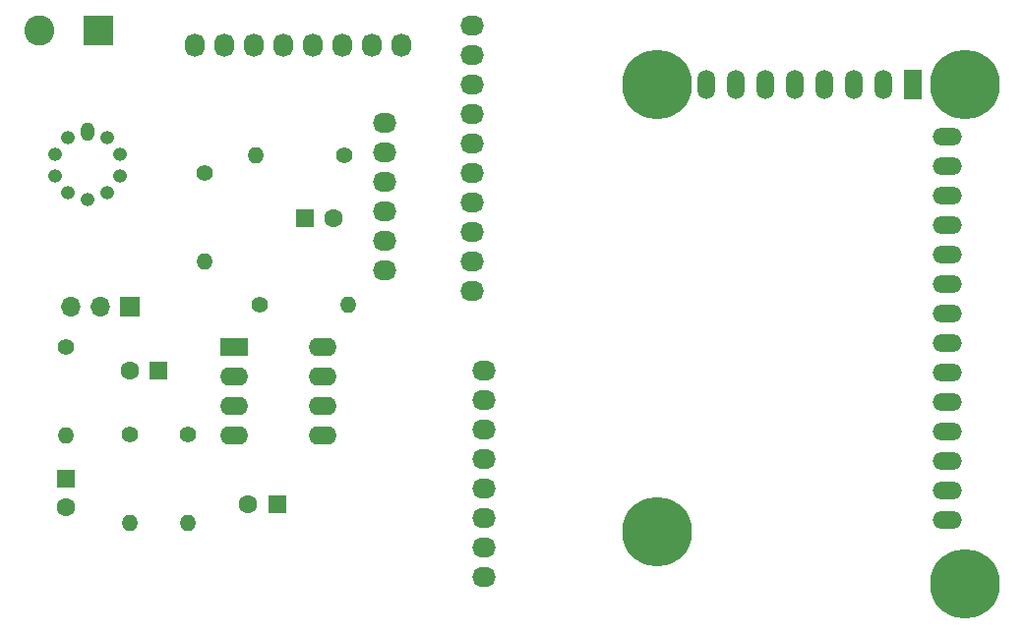
<source format=gbr>
%TF.GenerationSoftware,KiCad,Pcbnew,(6.99.0-224-g211820a689)*%
%TF.CreationDate,2022-01-05T07:16:04+01:00*%
%TF.ProjectId,PCB,5043422e-6b69-4636-9164-5f7063625858,1.0*%
%TF.SameCoordinates,Original*%
%TF.FileFunction,Soldermask,Top*%
%TF.FilePolarity,Negative*%
%FSLAX46Y46*%
G04 Gerber Fmt 4.6, Leading zero omitted, Abs format (unit mm)*
G04 Created by KiCad (PCBNEW (6.99.0-224-g211820a689)) date 2022-01-05 07:16:04*
%MOMM*%
%LPD*%
G01*
G04 APERTURE LIST*
%ADD10O,2.524000X1.524000*%
%ADD11O,1.524000X2.524000*%
%ADD12R,1.524000X2.524000*%
%ADD13C,6.000000*%
%ADD14O,2.400000X1.600000*%
%ADD15R,2.400000X1.600000*%
%ADD16R,1.700000X1.700000*%
%ADD17O,1.700000X1.700000*%
%ADD18O,1.200000X1.600000*%
%ADD19O,1.200000X1.200000*%
%ADD20O,1.400000X1.400000*%
%ADD21C,1.400000*%
%ADD22O,2.032000X1.727200*%
%ADD23O,1.727200X2.032000*%
%ADD24R,2.600000X2.600000*%
%ADD25C,2.600000*%
%ADD26R,1.600000X1.600000*%
%ADD27C,1.600000*%
G04 APERTURE END LIST*
D10*
%TO.C,U1*%
X265900000Y-116880000D03*
X265900000Y-119420000D03*
X265900000Y-121960000D03*
X265900000Y-124500000D03*
X265900000Y-127040000D03*
X265900000Y-129580000D03*
X265900000Y-132120000D03*
X265900000Y-134660000D03*
X265900000Y-137200000D03*
X265908995Y-139740000D03*
X265900000Y-142280000D03*
X265900000Y-144820000D03*
X265900000Y-147360000D03*
X265900000Y-149900000D03*
D11*
X245120000Y-112400000D03*
X247660000Y-112400000D03*
X250200000Y-112400000D03*
X252740000Y-112400000D03*
X255280000Y-112400000D03*
X257820000Y-112400000D03*
X260360000Y-112400000D03*
D12*
X262900000Y-112400000D03*
D13*
X240900000Y-112400000D03*
X240900000Y-150900000D03*
X267400000Y-112400000D03*
X267400000Y-155400000D03*
%TD*%
D14*
%TO.C,U0*%
X212120000Y-135000000D03*
X204500000Y-142620000D03*
X212120000Y-137540000D03*
X204500000Y-140080000D03*
X212120000Y-140080000D03*
X204500000Y-137540000D03*
X212120000Y-142620000D03*
D15*
X204500000Y-135000000D03*
%TD*%
D16*
%TO.C,SW0*%
X195525000Y-131500000D03*
D17*
X192985000Y-131500000D03*
X190445000Y-131500000D03*
%TD*%
D18*
%TO.C,S0*%
X191900000Y-116400000D03*
D19*
X190183667Y-116957670D03*
X189122915Y-118417670D03*
X189122915Y-120222330D03*
X190183667Y-121682330D03*
X191900000Y-122240000D03*
X193616333Y-121682330D03*
X194677085Y-120222330D03*
X194677085Y-118417670D03*
X193616333Y-116957670D03*
%TD*%
D20*
%TO.C,R6*%
X202000000Y-127620000D03*
D21*
X202000000Y-120000000D03*
%TD*%
D20*
%TO.C,R5*%
X214320000Y-131300000D03*
D21*
X206700000Y-131300000D03*
%TD*%
%TO.C,R4*%
X190000000Y-135000000D03*
D20*
X190000000Y-142620000D03*
%TD*%
D21*
%TO.C,R3*%
X214000000Y-118500000D03*
D20*
X206380000Y-118500000D03*
%TD*%
D21*
%TO.C,R2*%
X200500000Y-142500000D03*
D20*
X200500000Y-150120000D03*
%TD*%
D21*
%TO.C,R1*%
X195500000Y-142500000D03*
D20*
X195500000Y-150120000D03*
%TD*%
D22*
%TO.C,P4*%
X226000000Y-137000000D03*
X226000000Y-139540000D03*
X226000000Y-142080000D03*
X226000000Y-144620000D03*
X226000000Y-147160000D03*
X226000000Y-149700000D03*
X226000000Y-152240000D03*
X226000000Y-154780000D03*
%TD*%
%TO.C,P3*%
X225000000Y-107300000D03*
X225000000Y-109840000D03*
X225000000Y-112380000D03*
X225000000Y-114920000D03*
X225000000Y-117460000D03*
X225000000Y-120000000D03*
X225000000Y-122540000D03*
X225000000Y-125080000D03*
X225000000Y-127620000D03*
X225000000Y-130160000D03*
%TD*%
%TO.C,P2*%
X217500000Y-128350000D03*
X217500000Y-125810000D03*
X217500000Y-123270000D03*
X217500000Y-120730000D03*
X217500000Y-118190000D03*
X217500000Y-115650000D03*
%TD*%
D23*
%TO.C,P1*%
X201100000Y-109000000D03*
X203640000Y-109000000D03*
X206180000Y-109000000D03*
X208720000Y-109000000D03*
X211260000Y-109000000D03*
X213800000Y-109000000D03*
X216340000Y-109000000D03*
X218880000Y-109000000D03*
%TD*%
D24*
%TO.C,J0*%
X192845000Y-107695000D03*
D25*
X187765000Y-107695000D03*
%TD*%
D26*
%TO.C,C4*%
X210594888Y-123900000D03*
D27*
X213094888Y-123900000D03*
%TD*%
D26*
%TO.C,C3*%
X208205113Y-148500000D03*
D27*
X205705113Y-148500000D03*
%TD*%
D26*
%TO.C,C2*%
X198000000Y-137000000D03*
D27*
X195500000Y-137000000D03*
%TD*%
D26*
%TO.C,C1*%
X190000000Y-146294888D03*
D27*
X190000000Y-148794888D03*
%TD*%
M02*

</source>
